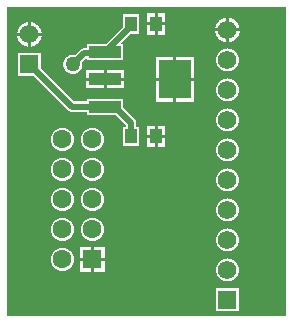
<source format=gbl>
G04*
G04 #@! TF.GenerationSoftware,Altium Limited,Altium Designer,19.0.15 (446)*
G04*
G04 Layer_Physical_Order=2*
G04 Layer_Color=16711680*
%FSLAX25Y25*%
%MOIN*%
G70*
G01*
G75*
%ADD25R,0.06200X0.06200*%
%ADD26C,0.06200*%
%ADD27C,0.06300*%
%ADD28R,0.06300X0.06300*%
%ADD29C,0.05000*%
%ADD30R,0.04000X0.05100*%
%ADD31R,0.10630X0.12992*%
%ADD32R,0.10630X0.03937*%
%ADD33C,0.02000*%
G36*
X94471Y1529D02*
X1529D01*
Y104471D01*
X94471D01*
Y1529D01*
D02*
G37*
%LPC*%
G36*
X54300Y102550D02*
X51800D01*
Y99500D01*
X54300D01*
Y102550D01*
D02*
G37*
G36*
X50800D02*
X48300D01*
Y99500D01*
X50800D01*
Y102550D01*
D02*
G37*
G36*
X75500Y101070D02*
Y97500D01*
X79070D01*
X79066Y97535D01*
X79039Y97712D01*
X79004Y97888D01*
X78961Y98061D01*
X78911Y98233D01*
X78854Y98403D01*
X78789Y98569D01*
X78717Y98733D01*
X78638Y98894D01*
X78552Y99050D01*
X78459Y99203D01*
X78359Y99352D01*
X78254Y99497D01*
X78141Y99636D01*
X78024Y99771D01*
X77900Y99900D01*
X77771Y100024D01*
X77636Y100142D01*
X77496Y100253D01*
X77352Y100359D01*
X77203Y100459D01*
X77051Y100551D01*
X76894Y100638D01*
X76733Y100717D01*
X76569Y100789D01*
X76403Y100854D01*
X76233Y100911D01*
X76061Y100961D01*
X75888Y101004D01*
X75712Y101039D01*
X75535Y101066D01*
X75500Y101070D01*
D02*
G37*
G36*
X74500D02*
X74465Y101066D01*
X74288Y101039D01*
X74112Y101004D01*
X73939Y100961D01*
X73767Y100911D01*
X73597Y100854D01*
X73431Y100789D01*
X73267Y100717D01*
X73106Y100638D01*
X72949Y100551D01*
X72797Y100459D01*
X72648Y100359D01*
X72504Y100253D01*
X72364Y100142D01*
X72229Y100024D01*
X72100Y99900D01*
X71976Y99771D01*
X71859Y99636D01*
X71746Y99497D01*
X71641Y99352D01*
X71541Y99203D01*
X71448Y99050D01*
X71362Y98894D01*
X71283Y98733D01*
X71211Y98569D01*
X71146Y98403D01*
X71089Y98233D01*
X71039Y98061D01*
X70996Y97888D01*
X70961Y97712D01*
X70934Y97535D01*
X70930Y97500D01*
X74500D01*
Y101070D01*
D02*
G37*
G36*
X9500Y99570D02*
Y96000D01*
X13070D01*
X13066Y96035D01*
X13039Y96212D01*
X13004Y96388D01*
X12961Y96561D01*
X12911Y96733D01*
X12854Y96903D01*
X12789Y97069D01*
X12717Y97233D01*
X12638Y97394D01*
X12552Y97550D01*
X12459Y97703D01*
X12359Y97852D01*
X12253Y97996D01*
X12141Y98136D01*
X12024Y98271D01*
X11900Y98400D01*
X11771Y98524D01*
X11636Y98642D01*
X11496Y98753D01*
X11352Y98859D01*
X11203Y98959D01*
X11050Y99051D01*
X10894Y99138D01*
X10733Y99217D01*
X10569Y99289D01*
X10403Y99354D01*
X10233Y99411D01*
X10061Y99461D01*
X9888Y99504D01*
X9712Y99539D01*
X9535Y99566D01*
X9500Y99570D01*
D02*
G37*
G36*
X8500D02*
X8465Y99566D01*
X8288Y99539D01*
X8112Y99504D01*
X7939Y99461D01*
X7767Y99411D01*
X7597Y99354D01*
X7431Y99289D01*
X7267Y99217D01*
X7106Y99138D01*
X6949Y99051D01*
X6797Y98959D01*
X6648Y98859D01*
X6504Y98753D01*
X6364Y98642D01*
X6229Y98524D01*
X6100Y98400D01*
X5976Y98271D01*
X5858Y98136D01*
X5746Y97996D01*
X5641Y97852D01*
X5541Y97703D01*
X5448Y97550D01*
X5362Y97394D01*
X5283Y97233D01*
X5211Y97069D01*
X5146Y96903D01*
X5089Y96733D01*
X5039Y96561D01*
X4996Y96388D01*
X4961Y96212D01*
X4934Y96035D01*
X4930Y96000D01*
X8500D01*
Y99570D01*
D02*
G37*
G36*
X54300Y98500D02*
X51800D01*
Y95450D01*
X54300D01*
Y98500D01*
D02*
G37*
G36*
X50800D02*
X48300D01*
Y95450D01*
X50800D01*
Y98500D01*
D02*
G37*
G36*
X79070Y96500D02*
X75500D01*
Y92930D01*
X75535Y92934D01*
X75712Y92961D01*
X75888Y92996D01*
X76061Y93039D01*
X76233Y93089D01*
X76403Y93146D01*
X76569Y93211D01*
X76733Y93283D01*
X76894Y93362D01*
X77051Y93449D01*
X77203Y93541D01*
X77352Y93641D01*
X77496Y93747D01*
X77636Y93858D01*
X77771Y93976D01*
X77900Y94100D01*
X78024Y94229D01*
X78141Y94364D01*
X78254Y94503D01*
X78359Y94648D01*
X78459Y94797D01*
X78552Y94950D01*
X78638Y95106D01*
X78717Y95267D01*
X78789Y95431D01*
X78854Y95597D01*
X78911Y95767D01*
X78961Y95939D01*
X79004Y96112D01*
X79039Y96288D01*
X79066Y96465D01*
X79070Y96500D01*
D02*
G37*
G36*
X74500D02*
X70930D01*
X70934Y96465D01*
X70961Y96288D01*
X70996Y96112D01*
X71039Y95939D01*
X71089Y95767D01*
X71146Y95597D01*
X71211Y95431D01*
X71283Y95267D01*
X71362Y95106D01*
X71448Y94950D01*
X71541Y94797D01*
X71641Y94648D01*
X71746Y94503D01*
X71859Y94364D01*
X71976Y94229D01*
X72100Y94100D01*
X72229Y93976D01*
X72364Y93858D01*
X72504Y93747D01*
X72648Y93641D01*
X72797Y93541D01*
X72949Y93449D01*
X73106Y93362D01*
X73267Y93283D01*
X73431Y93211D01*
X73597Y93146D01*
X73767Y93089D01*
X73939Y93039D01*
X74112Y92996D01*
X74288Y92961D01*
X74465Y92934D01*
X74500Y92930D01*
Y96500D01*
D02*
G37*
G36*
X13070Y95000D02*
X9500D01*
Y91430D01*
X9535Y91434D01*
X9712Y91461D01*
X9888Y91496D01*
X10061Y91539D01*
X10233Y91589D01*
X10403Y91646D01*
X10569Y91711D01*
X10733Y91783D01*
X10894Y91862D01*
X11050Y91948D01*
X11203Y92041D01*
X11352Y92141D01*
X11496Y92247D01*
X11636Y92358D01*
X11771Y92476D01*
X11900Y92600D01*
X12024Y92729D01*
X12141Y92864D01*
X12253Y93003D01*
X12359Y93148D01*
X12459Y93297D01*
X12552Y93449D01*
X12638Y93606D01*
X12717Y93767D01*
X12789Y93931D01*
X12854Y94097D01*
X12911Y94267D01*
X12961Y94439D01*
X13004Y94612D01*
X13039Y94788D01*
X13066Y94965D01*
X13070Y95000D01*
D02*
G37*
G36*
X8500D02*
X4930D01*
X4934Y94965D01*
X4961Y94788D01*
X4996Y94612D01*
X5039Y94439D01*
X5089Y94267D01*
X5146Y94097D01*
X5211Y93931D01*
X5283Y93767D01*
X5362Y93606D01*
X5448Y93449D01*
X5541Y93297D01*
X5641Y93148D01*
X5746Y93003D01*
X5858Y92864D01*
X5976Y92729D01*
X6100Y92600D01*
X6229Y92476D01*
X6364Y92358D01*
X6504Y92247D01*
X6648Y92141D01*
X6797Y92041D01*
X6949Y91948D01*
X7106Y91862D01*
X7267Y91783D01*
X7431Y91711D01*
X7597Y91646D01*
X7767Y91589D01*
X7939Y91539D01*
X8112Y91496D01*
X8288Y91461D01*
X8465Y91434D01*
X8500Y91430D01*
Y95000D01*
D02*
G37*
G36*
X45700Y102250D02*
X40300D01*
Y97989D01*
X34535Y92224D01*
X28257D01*
Y90851D01*
X27150D01*
X27039Y90848D01*
X26928Y90837D01*
X26818Y90819D01*
X26710Y90793D01*
X26604Y90761D01*
X26499Y90722D01*
X26398Y90676D01*
X26300Y90623D01*
X26205Y90565D01*
X26115Y90500D01*
X26029Y90429D01*
X25948Y90353D01*
X24214Y88619D01*
X24125Y88639D01*
X23970Y88666D01*
X23814Y88686D01*
X23657Y88697D01*
X23500Y88701D01*
X23343Y88697D01*
X23186Y88686D01*
X23030Y88666D01*
X22875Y88639D01*
X22722Y88605D01*
X22571Y88563D01*
X22422Y88514D01*
X22275Y88457D01*
X22131Y88394D01*
X21991Y88323D01*
X21854Y88246D01*
X21722Y88161D01*
X21593Y88071D01*
X21469Y87974D01*
X21350Y87872D01*
X21237Y87763D01*
X21128Y87650D01*
X21026Y87531D01*
X20929Y87407D01*
X20839Y87278D01*
X20754Y87146D01*
X20677Y87009D01*
X20606Y86869D01*
X20543Y86725D01*
X20486Y86578D01*
X20437Y86429D01*
X20395Y86278D01*
X20361Y86124D01*
X20334Y85970D01*
X20314Y85814D01*
X20303Y85657D01*
X20299Y85500D01*
X20303Y85343D01*
X20314Y85186D01*
X20334Y85030D01*
X20361Y84876D01*
X20395Y84722D01*
X20437Y84571D01*
X20486Y84422D01*
X20543Y84275D01*
X20606Y84131D01*
X20677Y83991D01*
X20754Y83854D01*
X20839Y83722D01*
X20929Y83593D01*
X21026Y83469D01*
X21128Y83350D01*
X21237Y83237D01*
X21350Y83128D01*
X21469Y83026D01*
X21593Y82929D01*
X21722Y82838D01*
X21854Y82754D01*
X21991Y82677D01*
X22131Y82606D01*
X22275Y82543D01*
X22422Y82486D01*
X22571Y82437D01*
X22722Y82395D01*
X22875Y82361D01*
X23030Y82334D01*
X23186Y82314D01*
X23343Y82303D01*
X23500Y82299D01*
X23657Y82303D01*
X23814Y82314D01*
X23970Y82334D01*
X24125Y82361D01*
X24278Y82395D01*
X24429Y82437D01*
X24578Y82486D01*
X24725Y82543D01*
X24869Y82606D01*
X25009Y82677D01*
X25146Y82754D01*
X25278Y82838D01*
X25407Y82929D01*
X25531Y83026D01*
X25650Y83128D01*
X25763Y83237D01*
X25872Y83350D01*
X25974Y83469D01*
X26071Y83593D01*
X26162Y83722D01*
X26245Y83854D01*
X26323Y83991D01*
X26394Y84131D01*
X26457Y84275D01*
X26514Y84422D01*
X26563Y84571D01*
X26605Y84722D01*
X26639Y84876D01*
X26666Y85030D01*
X26686Y85186D01*
X26697Y85343D01*
X26701Y85500D01*
X26697Y85657D01*
X26686Y85814D01*
X26666Y85970D01*
X26639Y86124D01*
X26619Y86214D01*
X27855Y87449D01*
X28257D01*
Y86887D01*
X40287D01*
Y92224D01*
X39346D01*
X42872Y95750D01*
X45700D01*
Y102250D01*
D02*
G37*
G36*
X75000Y90801D02*
X74834Y90797D01*
X74669Y90786D01*
X74504Y90768D01*
X74340Y90743D01*
X74177Y90711D01*
X74016Y90671D01*
X73857Y90625D01*
X73700Y90572D01*
X73545Y90512D01*
X73394Y90445D01*
X73245Y90371D01*
X73099Y90292D01*
X72958Y90206D01*
X72820Y90114D01*
X72686Y90016D01*
X72557Y89912D01*
X72432Y89802D01*
X72312Y89688D01*
X72198Y89568D01*
X72088Y89443D01*
X71984Y89314D01*
X71886Y89180D01*
X71794Y89042D01*
X71708Y88901D01*
X71629Y88755D01*
X71555Y88606D01*
X71488Y88455D01*
X71428Y88300D01*
X71375Y88143D01*
X71329Y87984D01*
X71289Y87823D01*
X71257Y87660D01*
X71232Y87496D01*
X71214Y87331D01*
X71203Y87166D01*
X71199Y87000D01*
X71203Y86834D01*
X71214Y86669D01*
X71232Y86504D01*
X71257Y86340D01*
X71289Y86177D01*
X71329Y86016D01*
X71375Y85857D01*
X71428Y85700D01*
X71488Y85545D01*
X71555Y85394D01*
X71629Y85245D01*
X71708Y85100D01*
X71794Y84958D01*
X71886Y84820D01*
X71984Y84686D01*
X72088Y84557D01*
X72198Y84432D01*
X72312Y84312D01*
X72432Y84198D01*
X72557Y84088D01*
X72686Y83985D01*
X72820Y83886D01*
X72958Y83794D01*
X73099Y83708D01*
X73245Y83629D01*
X73394Y83555D01*
X73545Y83488D01*
X73700Y83428D01*
X73857Y83375D01*
X74016Y83329D01*
X74177Y83289D01*
X74340Y83257D01*
X74504Y83232D01*
X74669Y83214D01*
X74834Y83203D01*
X75000Y83199D01*
X75166Y83203D01*
X75331Y83214D01*
X75496Y83232D01*
X75660Y83257D01*
X75823Y83289D01*
X75984Y83329D01*
X76143Y83375D01*
X76300Y83428D01*
X76455Y83488D01*
X76606Y83555D01*
X76755Y83629D01*
X76901Y83708D01*
X77042Y83794D01*
X77180Y83886D01*
X77314Y83985D01*
X77443Y84088D01*
X77568Y84198D01*
X77688Y84312D01*
X77802Y84432D01*
X77912Y84557D01*
X78016Y84686D01*
X78114Y84820D01*
X78206Y84958D01*
X78292Y85100D01*
X78371Y85245D01*
X78445Y85394D01*
X78512Y85545D01*
X78572Y85700D01*
X78625Y85857D01*
X78671Y86016D01*
X78711Y86177D01*
X78743Y86340D01*
X78768Y86504D01*
X78786Y86669D01*
X78797Y86834D01*
X78801Y87000D01*
X78797Y87166D01*
X78786Y87331D01*
X78768Y87496D01*
X78743Y87660D01*
X78711Y87823D01*
X78671Y87984D01*
X78625Y88143D01*
X78572Y88300D01*
X78512Y88455D01*
X78445Y88606D01*
X78371Y88755D01*
X78292Y88901D01*
X78206Y89042D01*
X78114Y89180D01*
X78016Y89314D01*
X77912Y89443D01*
X77802Y89568D01*
X77688Y89688D01*
X77568Y89802D01*
X77443Y89912D01*
X77314Y90016D01*
X77180Y90114D01*
X77042Y90206D01*
X76901Y90292D01*
X76755Y90371D01*
X76606Y90445D01*
X76455Y90512D01*
X76300Y90572D01*
X76143Y90625D01*
X75984Y90671D01*
X75823Y90711D01*
X75660Y90743D01*
X75496Y90768D01*
X75331Y90786D01*
X75166Y90797D01*
X75000Y90801D01*
D02*
G37*
G36*
X63815Y87996D02*
X58000D01*
Y81000D01*
X63815D01*
Y87996D01*
D02*
G37*
G36*
X57000D02*
X51185D01*
Y81000D01*
X57000D01*
Y87996D01*
D02*
G37*
G36*
X40587Y83469D02*
X34772D01*
Y81000D01*
X40587D01*
Y83469D01*
D02*
G37*
G36*
X33772D02*
X27957D01*
Y81000D01*
X33772D01*
Y83469D01*
D02*
G37*
G36*
X40587Y80000D02*
X34772D01*
Y77531D01*
X40587D01*
Y80000D01*
D02*
G37*
G36*
X33772D02*
X27957D01*
Y77531D01*
X33772D01*
Y80000D01*
D02*
G37*
G36*
X75000Y80801D02*
X74834Y80797D01*
X74669Y80786D01*
X74504Y80768D01*
X74340Y80743D01*
X74177Y80711D01*
X74016Y80671D01*
X73857Y80625D01*
X73700Y80572D01*
X73545Y80512D01*
X73394Y80445D01*
X73245Y80371D01*
X73099Y80292D01*
X72958Y80206D01*
X72820Y80114D01*
X72686Y80015D01*
X72557Y79912D01*
X72432Y79802D01*
X72312Y79688D01*
X72198Y79568D01*
X72088Y79443D01*
X71984Y79314D01*
X71886Y79180D01*
X71794Y79042D01*
X71708Y78900D01*
X71629Y78755D01*
X71555Y78606D01*
X71488Y78455D01*
X71428Y78300D01*
X71375Y78143D01*
X71329Y77984D01*
X71289Y77823D01*
X71257Y77660D01*
X71232Y77496D01*
X71214Y77331D01*
X71203Y77166D01*
X71199Y77000D01*
X71203Y76834D01*
X71214Y76669D01*
X71232Y76504D01*
X71257Y76340D01*
X71289Y76177D01*
X71329Y76016D01*
X71375Y75857D01*
X71428Y75700D01*
X71488Y75546D01*
X71555Y75394D01*
X71629Y75245D01*
X71708Y75099D01*
X71794Y74958D01*
X71886Y74820D01*
X71984Y74686D01*
X72088Y74557D01*
X72198Y74432D01*
X72312Y74312D01*
X72432Y74198D01*
X72557Y74088D01*
X72686Y73984D01*
X72820Y73887D01*
X72958Y73794D01*
X73099Y73708D01*
X73245Y73629D01*
X73394Y73555D01*
X73545Y73488D01*
X73700Y73428D01*
X73857Y73375D01*
X74016Y73329D01*
X74177Y73289D01*
X74340Y73257D01*
X74504Y73232D01*
X74669Y73214D01*
X74834Y73203D01*
X75000Y73199D01*
X75166Y73203D01*
X75331Y73214D01*
X75496Y73232D01*
X75660Y73257D01*
X75823Y73289D01*
X75984Y73329D01*
X76143Y73375D01*
X76300Y73428D01*
X76455Y73488D01*
X76606Y73555D01*
X76755Y73629D01*
X76901Y73708D01*
X77042Y73794D01*
X77180Y73887D01*
X77314Y73984D01*
X77443Y74088D01*
X77568Y74198D01*
X77688Y74312D01*
X77802Y74432D01*
X77912Y74557D01*
X78016Y74686D01*
X78114Y74820D01*
X78206Y74958D01*
X78292Y75099D01*
X78371Y75245D01*
X78445Y75394D01*
X78512Y75546D01*
X78572Y75700D01*
X78625Y75857D01*
X78671Y76016D01*
X78711Y76177D01*
X78743Y76340D01*
X78768Y76504D01*
X78786Y76669D01*
X78797Y76834D01*
X78801Y77000D01*
X78797Y77166D01*
X78786Y77331D01*
X78768Y77496D01*
X78743Y77660D01*
X78711Y77823D01*
X78671Y77984D01*
X78625Y78143D01*
X78572Y78300D01*
X78512Y78455D01*
X78445Y78606D01*
X78371Y78755D01*
X78292Y78900D01*
X78206Y79042D01*
X78114Y79180D01*
X78016Y79314D01*
X77912Y79443D01*
X77802Y79568D01*
X77688Y79688D01*
X77568Y79802D01*
X77443Y79912D01*
X77314Y80015D01*
X77180Y80114D01*
X77042Y80206D01*
X76901Y80292D01*
X76755Y80371D01*
X76606Y80445D01*
X76455Y80512D01*
X76300Y80572D01*
X76143Y80625D01*
X75984Y80671D01*
X75823Y80711D01*
X75660Y80743D01*
X75496Y80768D01*
X75331Y80786D01*
X75166Y80797D01*
X75000Y80801D01*
D02*
G37*
G36*
X63815Y80000D02*
X58000D01*
Y73004D01*
X63815D01*
Y80000D01*
D02*
G37*
G36*
X57000D02*
X51185D01*
Y73004D01*
X57000D01*
Y80000D01*
D02*
G37*
G36*
X75000Y70801D02*
X74834Y70797D01*
X74669Y70786D01*
X74504Y70768D01*
X74340Y70743D01*
X74177Y70711D01*
X74016Y70671D01*
X73857Y70625D01*
X73700Y70572D01*
X73545Y70512D01*
X73394Y70445D01*
X73245Y70371D01*
X73099Y70292D01*
X72958Y70206D01*
X72820Y70113D01*
X72686Y70016D01*
X72557Y69912D01*
X72432Y69802D01*
X72312Y69688D01*
X72198Y69568D01*
X72088Y69443D01*
X71984Y69314D01*
X71886Y69180D01*
X71794Y69042D01*
X71708Y68901D01*
X71629Y68755D01*
X71555Y68606D01*
X71488Y68454D01*
X71428Y68300D01*
X71375Y68143D01*
X71329Y67984D01*
X71289Y67823D01*
X71257Y67660D01*
X71232Y67496D01*
X71214Y67331D01*
X71203Y67166D01*
X71199Y67000D01*
X71203Y66834D01*
X71214Y66669D01*
X71232Y66504D01*
X71257Y66340D01*
X71289Y66177D01*
X71329Y66016D01*
X71375Y65857D01*
X71428Y65700D01*
X71488Y65545D01*
X71555Y65394D01*
X71629Y65245D01*
X71708Y65100D01*
X71794Y64958D01*
X71886Y64820D01*
X71984Y64686D01*
X72088Y64557D01*
X72198Y64432D01*
X72312Y64312D01*
X72432Y64198D01*
X72557Y64088D01*
X72686Y63985D01*
X72820Y63886D01*
X72958Y63794D01*
X73099Y63708D01*
X73245Y63629D01*
X73394Y63555D01*
X73545Y63488D01*
X73700Y63428D01*
X73857Y63375D01*
X74016Y63329D01*
X74177Y63289D01*
X74340Y63257D01*
X74504Y63232D01*
X74669Y63214D01*
X74834Y63203D01*
X75000Y63199D01*
X75166Y63203D01*
X75331Y63214D01*
X75496Y63232D01*
X75660Y63257D01*
X75823Y63289D01*
X75984Y63329D01*
X76143Y63375D01*
X76300Y63428D01*
X76455Y63488D01*
X76606Y63555D01*
X76755Y63629D01*
X76901Y63708D01*
X77042Y63794D01*
X77180Y63886D01*
X77314Y63985D01*
X77443Y64088D01*
X77568Y64198D01*
X77688Y64312D01*
X77802Y64432D01*
X77912Y64557D01*
X78016Y64686D01*
X78114Y64820D01*
X78206Y64958D01*
X78292Y65100D01*
X78371Y65245D01*
X78445Y65394D01*
X78512Y65545D01*
X78572Y65700D01*
X78625Y65857D01*
X78671Y66016D01*
X78711Y66177D01*
X78743Y66340D01*
X78768Y66504D01*
X78786Y66669D01*
X78797Y66834D01*
X78801Y67000D01*
X78797Y67166D01*
X78786Y67331D01*
X78768Y67496D01*
X78743Y67660D01*
X78711Y67823D01*
X78671Y67984D01*
X78625Y68143D01*
X78572Y68300D01*
X78512Y68454D01*
X78445Y68606D01*
X78371Y68755D01*
X78292Y68901D01*
X78206Y69042D01*
X78114Y69180D01*
X78016Y69314D01*
X77912Y69443D01*
X77802Y69568D01*
X77688Y69688D01*
X77568Y69802D01*
X77443Y69912D01*
X77314Y70016D01*
X77180Y70113D01*
X77042Y70206D01*
X76901Y70292D01*
X76755Y70371D01*
X76606Y70445D01*
X76455Y70512D01*
X76300Y70572D01*
X76143Y70625D01*
X75984Y70671D01*
X75823Y70711D01*
X75660Y70743D01*
X75496Y70768D01*
X75331Y70786D01*
X75166Y70797D01*
X75000Y70801D01*
D02*
G37*
G36*
X54300Y65050D02*
X51800D01*
Y62000D01*
X54300D01*
Y65050D01*
D02*
G37*
G36*
X50800D02*
X48300D01*
Y62000D01*
X50800D01*
Y65050D01*
D02*
G37*
G36*
X12800Y89300D02*
X5200D01*
Y81700D01*
X10395D01*
X21852Y70242D01*
X21934Y70166D01*
X22020Y70095D01*
X22110Y70031D01*
X22178Y69988D01*
X22205Y69972D01*
X22303Y69919D01*
X22404Y69873D01*
X22508Y69834D01*
X22615Y69802D01*
X22723Y69777D01*
X22833Y69758D01*
X22944Y69748D01*
X23055Y69744D01*
X28257D01*
Y68776D01*
X37818D01*
X41299Y65295D01*
Y64750D01*
X40300D01*
Y58250D01*
X45700D01*
Y64750D01*
X44701D01*
Y66000D01*
X44697Y66111D01*
X44686Y66222D01*
X44668Y66332D01*
X44643Y66440D01*
X44611Y66547D01*
X44571Y66651D01*
X44526Y66752D01*
X44473Y66851D01*
X44451Y66887D01*
X44414Y66945D01*
X44349Y67036D01*
X44279Y67121D01*
X44203Y67203D01*
X40287Y71119D01*
Y74113D01*
X28257D01*
Y73146D01*
X23760D01*
X12800Y84105D01*
Y89300D01*
D02*
G37*
G36*
X54300Y61000D02*
X51800D01*
Y57950D01*
X54300D01*
Y61000D01*
D02*
G37*
G36*
X50800D02*
X48300D01*
Y57950D01*
X50800D01*
Y61000D01*
D02*
G37*
G36*
X30000Y64351D02*
X29832Y64347D01*
X29664Y64336D01*
X29497Y64318D01*
X29331Y64292D01*
X29166Y64260D01*
X29003Y64220D01*
X28842Y64173D01*
X28683Y64119D01*
X28526Y64058D01*
X28372Y63990D01*
X28222Y63916D01*
X28074Y63835D01*
X27931Y63748D01*
X27791Y63655D01*
X27656Y63555D01*
X27525Y63450D01*
X27398Y63339D01*
X27277Y63223D01*
X27161Y63102D01*
X27050Y62975D01*
X26945Y62844D01*
X26845Y62709D01*
X26752Y62569D01*
X26665Y62426D01*
X26584Y62278D01*
X26510Y62128D01*
X26442Y61974D01*
X26381Y61817D01*
X26327Y61658D01*
X26280Y61497D01*
X26240Y61334D01*
X26208Y61169D01*
X26182Y61003D01*
X26164Y60836D01*
X26153Y60668D01*
X26149Y60500D01*
X26153Y60332D01*
X26164Y60164D01*
X26182Y59997D01*
X26208Y59831D01*
X26240Y59667D01*
X26280Y59503D01*
X26327Y59342D01*
X26381Y59183D01*
X26442Y59026D01*
X26510Y58872D01*
X26584Y58722D01*
X26665Y58574D01*
X26752Y58431D01*
X26845Y58291D01*
X26945Y58156D01*
X27050Y58025D01*
X27161Y57898D01*
X27277Y57777D01*
X27398Y57661D01*
X27525Y57550D01*
X27656Y57445D01*
X27791Y57345D01*
X27931Y57252D01*
X28074Y57165D01*
X28222Y57084D01*
X28372Y57010D01*
X28526Y56942D01*
X28683Y56881D01*
X28842Y56827D01*
X29003Y56780D01*
X29166Y56740D01*
X29331Y56708D01*
X29497Y56682D01*
X29664Y56664D01*
X29832Y56653D01*
X30000Y56649D01*
X30168Y56653D01*
X30336Y56664D01*
X30503Y56682D01*
X30669Y56708D01*
X30834Y56740D01*
X30997Y56780D01*
X31158Y56827D01*
X31317Y56881D01*
X31474Y56942D01*
X31628Y57010D01*
X31778Y57084D01*
X31925Y57165D01*
X32069Y57252D01*
X32209Y57345D01*
X32344Y57445D01*
X32475Y57550D01*
X32602Y57661D01*
X32723Y57777D01*
X32839Y57898D01*
X32950Y58025D01*
X33055Y58156D01*
X33154Y58291D01*
X33248Y58431D01*
X33335Y58574D01*
X33416Y58722D01*
X33490Y58872D01*
X33558Y59026D01*
X33619Y59183D01*
X33673Y59342D01*
X33720Y59503D01*
X33760Y59667D01*
X33792Y59831D01*
X33818Y59997D01*
X33836Y60164D01*
X33847Y60332D01*
X33851Y60500D01*
X33847Y60668D01*
X33836Y60836D01*
X33818Y61003D01*
X33792Y61169D01*
X33760Y61334D01*
X33720Y61497D01*
X33673Y61658D01*
X33619Y61817D01*
X33558Y61974D01*
X33490Y62128D01*
X33416Y62278D01*
X33335Y62426D01*
X33248Y62569D01*
X33154Y62709D01*
X33055Y62844D01*
X32950Y62975D01*
X32839Y63102D01*
X32723Y63223D01*
X32602Y63339D01*
X32475Y63450D01*
X32344Y63555D01*
X32209Y63655D01*
X32069Y63748D01*
X31925Y63835D01*
X31778Y63916D01*
X31628Y63990D01*
X31474Y64058D01*
X31317Y64119D01*
X31158Y64173D01*
X30997Y64220D01*
X30834Y64260D01*
X30669Y64292D01*
X30503Y64318D01*
X30336Y64336D01*
X30168Y64347D01*
X30000Y64351D01*
D02*
G37*
G36*
X20000D02*
X19832Y64347D01*
X19664Y64336D01*
X19497Y64318D01*
X19331Y64292D01*
X19166Y64260D01*
X19003Y64220D01*
X18842Y64173D01*
X18683Y64119D01*
X18526Y64058D01*
X18372Y63990D01*
X18222Y63916D01*
X18075Y63835D01*
X17931Y63748D01*
X17791Y63655D01*
X17656Y63555D01*
X17525Y63450D01*
X17398Y63339D01*
X17277Y63223D01*
X17161Y63102D01*
X17050Y62975D01*
X16945Y62844D01*
X16846Y62709D01*
X16752Y62569D01*
X16665Y62426D01*
X16584Y62278D01*
X16510Y62128D01*
X16442Y61974D01*
X16381Y61817D01*
X16327Y61658D01*
X16280Y61497D01*
X16240Y61334D01*
X16208Y61169D01*
X16182Y61003D01*
X16164Y60836D01*
X16153Y60668D01*
X16149Y60500D01*
X16153Y60332D01*
X16164Y60164D01*
X16182Y59997D01*
X16208Y59831D01*
X16240Y59667D01*
X16280Y59503D01*
X16327Y59342D01*
X16381Y59183D01*
X16442Y59026D01*
X16510Y58872D01*
X16584Y58722D01*
X16665Y58574D01*
X16752Y58431D01*
X16846Y58291D01*
X16945Y58156D01*
X17050Y58025D01*
X17161Y57898D01*
X17277Y57777D01*
X17398Y57661D01*
X17525Y57550D01*
X17656Y57445D01*
X17791Y57345D01*
X17931Y57252D01*
X18075Y57165D01*
X18222Y57084D01*
X18372Y57010D01*
X18526Y56942D01*
X18683Y56881D01*
X18842Y56827D01*
X19003Y56780D01*
X19166Y56740D01*
X19331Y56708D01*
X19497Y56682D01*
X19664Y56664D01*
X19832Y56653D01*
X20000Y56649D01*
X20168Y56653D01*
X20336Y56664D01*
X20503Y56682D01*
X20669Y56708D01*
X20833Y56740D01*
X20997Y56780D01*
X21158Y56827D01*
X21317Y56881D01*
X21474Y56942D01*
X21628Y57010D01*
X21778Y57084D01*
X21926Y57165D01*
X22069Y57252D01*
X22209Y57345D01*
X22344Y57445D01*
X22475Y57550D01*
X22602Y57661D01*
X22723Y57777D01*
X22839Y57898D01*
X22950Y58025D01*
X23055Y58156D01*
X23155Y58291D01*
X23248Y58431D01*
X23335Y58574D01*
X23416Y58722D01*
X23490Y58872D01*
X23558Y59026D01*
X23619Y59183D01*
X23673Y59342D01*
X23720Y59503D01*
X23760Y59667D01*
X23792Y59831D01*
X23818Y59997D01*
X23836Y60164D01*
X23847Y60332D01*
X23851Y60500D01*
X23847Y60668D01*
X23836Y60836D01*
X23818Y61003D01*
X23792Y61169D01*
X23760Y61334D01*
X23720Y61497D01*
X23673Y61658D01*
X23619Y61817D01*
X23558Y61974D01*
X23490Y62128D01*
X23416Y62278D01*
X23335Y62426D01*
X23248Y62569D01*
X23155Y62709D01*
X23055Y62844D01*
X22950Y62975D01*
X22839Y63102D01*
X22723Y63223D01*
X22602Y63339D01*
X22475Y63450D01*
X22344Y63555D01*
X22209Y63655D01*
X22069Y63748D01*
X21926Y63835D01*
X21778Y63916D01*
X21628Y63990D01*
X21474Y64058D01*
X21317Y64119D01*
X21158Y64173D01*
X20997Y64220D01*
X20833Y64260D01*
X20669Y64292D01*
X20503Y64318D01*
X20336Y64336D01*
X20168Y64347D01*
X20000Y64351D01*
D02*
G37*
G36*
X75000Y60801D02*
X74834Y60797D01*
X74669Y60786D01*
X74504Y60768D01*
X74340Y60743D01*
X74177Y60711D01*
X74016Y60671D01*
X73857Y60625D01*
X73700Y60572D01*
X73545Y60512D01*
X73394Y60445D01*
X73245Y60371D01*
X73099Y60292D01*
X72958Y60206D01*
X72820Y60114D01*
X72686Y60015D01*
X72557Y59912D01*
X72432Y59802D01*
X72312Y59688D01*
X72198Y59568D01*
X72088Y59443D01*
X71984Y59314D01*
X71886Y59180D01*
X71794Y59042D01*
X71708Y58900D01*
X71629Y58755D01*
X71555Y58606D01*
X71488Y58455D01*
X71428Y58300D01*
X71375Y58143D01*
X71329Y57984D01*
X71289Y57823D01*
X71257Y57660D01*
X71232Y57496D01*
X71214Y57331D01*
X71203Y57166D01*
X71199Y57000D01*
X71203Y56834D01*
X71214Y56669D01*
X71232Y56504D01*
X71257Y56340D01*
X71289Y56177D01*
X71329Y56016D01*
X71375Y55857D01*
X71428Y55700D01*
X71488Y55546D01*
X71555Y55394D01*
X71629Y55245D01*
X71708Y55099D01*
X71794Y54958D01*
X71886Y54820D01*
X71984Y54686D01*
X72088Y54557D01*
X72198Y54432D01*
X72312Y54312D01*
X72432Y54198D01*
X72557Y54088D01*
X72686Y53984D01*
X72820Y53886D01*
X72958Y53794D01*
X73099Y53708D01*
X73245Y53629D01*
X73394Y53555D01*
X73545Y53488D01*
X73700Y53428D01*
X73857Y53375D01*
X74016Y53329D01*
X74177Y53289D01*
X74340Y53257D01*
X74504Y53232D01*
X74669Y53214D01*
X74834Y53203D01*
X75000Y53199D01*
X75166Y53203D01*
X75331Y53214D01*
X75496Y53232D01*
X75660Y53257D01*
X75823Y53289D01*
X75984Y53329D01*
X76143Y53375D01*
X76300Y53428D01*
X76455Y53488D01*
X76606Y53555D01*
X76755Y53629D01*
X76901Y53708D01*
X77042Y53794D01*
X77180Y53886D01*
X77314Y53984D01*
X77443Y54088D01*
X77568Y54198D01*
X77688Y54312D01*
X77802Y54432D01*
X77912Y54557D01*
X78016Y54686D01*
X78114Y54820D01*
X78206Y54958D01*
X78292Y55099D01*
X78371Y55245D01*
X78445Y55394D01*
X78512Y55546D01*
X78572Y55700D01*
X78625Y55857D01*
X78671Y56016D01*
X78711Y56177D01*
X78743Y56340D01*
X78768Y56504D01*
X78786Y56669D01*
X78797Y56834D01*
X78801Y57000D01*
X78797Y57166D01*
X78786Y57331D01*
X78768Y57496D01*
X78743Y57660D01*
X78711Y57823D01*
X78671Y57984D01*
X78625Y58143D01*
X78572Y58300D01*
X78512Y58455D01*
X78445Y58606D01*
X78371Y58755D01*
X78292Y58900D01*
X78206Y59042D01*
X78114Y59180D01*
X78016Y59314D01*
X77912Y59443D01*
X77802Y59568D01*
X77688Y59688D01*
X77568Y59802D01*
X77443Y59912D01*
X77314Y60015D01*
X77180Y60114D01*
X77042Y60206D01*
X76901Y60292D01*
X76755Y60371D01*
X76606Y60445D01*
X76455Y60512D01*
X76300Y60572D01*
X76143Y60625D01*
X75984Y60671D01*
X75823Y60711D01*
X75660Y60743D01*
X75496Y60768D01*
X75331Y60786D01*
X75166Y60797D01*
X75000Y60801D01*
D02*
G37*
G36*
X30000Y54351D02*
X29832Y54347D01*
X29664Y54336D01*
X29497Y54318D01*
X29331Y54292D01*
X29166Y54260D01*
X29003Y54220D01*
X28842Y54173D01*
X28683Y54119D01*
X28526Y54058D01*
X28372Y53990D01*
X28222Y53916D01*
X28074Y53835D01*
X27931Y53748D01*
X27791Y53654D01*
X27656Y53555D01*
X27525Y53450D01*
X27398Y53339D01*
X27277Y53223D01*
X27161Y53102D01*
X27050Y52975D01*
X26945Y52844D01*
X26845Y52709D01*
X26752Y52569D01*
X26665Y52425D01*
X26584Y52278D01*
X26510Y52127D01*
X26442Y51974D01*
X26381Y51817D01*
X26327Y51658D01*
X26280Y51497D01*
X26240Y51333D01*
X26208Y51169D01*
X26182Y51003D01*
X26164Y50836D01*
X26153Y50668D01*
X26149Y50500D01*
X26153Y50332D01*
X26164Y50164D01*
X26182Y49997D01*
X26208Y49831D01*
X26240Y49667D01*
X26280Y49503D01*
X26327Y49342D01*
X26381Y49183D01*
X26442Y49026D01*
X26510Y48873D01*
X26584Y48722D01*
X26665Y48575D01*
X26752Y48431D01*
X26845Y48291D01*
X26945Y48156D01*
X27050Y48025D01*
X27161Y47898D01*
X27277Y47777D01*
X27398Y47661D01*
X27525Y47550D01*
X27656Y47445D01*
X27791Y47346D01*
X27931Y47252D01*
X28074Y47165D01*
X28222Y47084D01*
X28372Y47010D01*
X28526Y46942D01*
X28683Y46881D01*
X28842Y46827D01*
X29003Y46780D01*
X29166Y46740D01*
X29331Y46708D01*
X29497Y46682D01*
X29664Y46664D01*
X29832Y46653D01*
X30000Y46649D01*
X30168Y46653D01*
X30336Y46664D01*
X30503Y46682D01*
X30669Y46708D01*
X30834Y46740D01*
X30997Y46780D01*
X31158Y46827D01*
X31317Y46881D01*
X31474Y46942D01*
X31628Y47010D01*
X31778Y47084D01*
X31925Y47165D01*
X32069Y47252D01*
X32209Y47346D01*
X32344Y47445D01*
X32475Y47550D01*
X32602Y47661D01*
X32723Y47777D01*
X32839Y47898D01*
X32950Y48025D01*
X33055Y48156D01*
X33154Y48291D01*
X33248Y48431D01*
X33335Y48575D01*
X33416Y48722D01*
X33490Y48873D01*
X33558Y49026D01*
X33619Y49183D01*
X33673Y49342D01*
X33720Y49503D01*
X33760Y49667D01*
X33792Y49831D01*
X33818Y49997D01*
X33836Y50164D01*
X33847Y50332D01*
X33851Y50500D01*
X33847Y50668D01*
X33836Y50836D01*
X33818Y51003D01*
X33792Y51169D01*
X33760Y51333D01*
X33720Y51497D01*
X33673Y51658D01*
X33619Y51817D01*
X33558Y51974D01*
X33490Y52127D01*
X33416Y52278D01*
X33335Y52425D01*
X33248Y52569D01*
X33154Y52709D01*
X33055Y52844D01*
X32950Y52975D01*
X32839Y53102D01*
X32723Y53223D01*
X32602Y53339D01*
X32475Y53450D01*
X32344Y53555D01*
X32209Y53654D01*
X32069Y53748D01*
X31925Y53835D01*
X31778Y53916D01*
X31628Y53990D01*
X31474Y54058D01*
X31317Y54119D01*
X31158Y54173D01*
X30997Y54220D01*
X30834Y54260D01*
X30669Y54292D01*
X30503Y54318D01*
X30336Y54336D01*
X30168Y54347D01*
X30000Y54351D01*
D02*
G37*
G36*
X20000D02*
X19832Y54347D01*
X19664Y54336D01*
X19497Y54318D01*
X19331Y54292D01*
X19166Y54260D01*
X19003Y54220D01*
X18842Y54173D01*
X18683Y54119D01*
X18526Y54058D01*
X18372Y53990D01*
X18222Y53916D01*
X18075Y53835D01*
X17931Y53748D01*
X17791Y53654D01*
X17656Y53555D01*
X17525Y53450D01*
X17398Y53339D01*
X17277Y53223D01*
X17161Y53102D01*
X17050Y52975D01*
X16945Y52844D01*
X16846Y52709D01*
X16752Y52569D01*
X16665Y52425D01*
X16584Y52278D01*
X16510Y52127D01*
X16442Y51974D01*
X16381Y51817D01*
X16327Y51658D01*
X16280Y51497D01*
X16240Y51333D01*
X16208Y51169D01*
X16182Y51003D01*
X16164Y50836D01*
X16153Y50668D01*
X16149Y50500D01*
X16153Y50332D01*
X16164Y50164D01*
X16182Y49997D01*
X16208Y49831D01*
X16240Y49667D01*
X16280Y49503D01*
X16327Y49342D01*
X16381Y49183D01*
X16442Y49026D01*
X16510Y48873D01*
X16584Y48722D01*
X16665Y48575D01*
X16752Y48431D01*
X16846Y48291D01*
X16945Y48156D01*
X17050Y48025D01*
X17161Y47898D01*
X17277Y47777D01*
X17398Y47661D01*
X17525Y47550D01*
X17656Y47445D01*
X17791Y47346D01*
X17931Y47252D01*
X18075Y47165D01*
X18222Y47084D01*
X18372Y47010D01*
X18526Y46942D01*
X18683Y46881D01*
X18842Y46827D01*
X19003Y46780D01*
X19166Y46740D01*
X19331Y46708D01*
X19497Y46682D01*
X19664Y46664D01*
X19832Y46653D01*
X20000Y46649D01*
X20168Y46653D01*
X20336Y46664D01*
X20503Y46682D01*
X20669Y46708D01*
X20833Y46740D01*
X20997Y46780D01*
X21158Y46827D01*
X21317Y46881D01*
X21474Y46942D01*
X21628Y47010D01*
X21778Y47084D01*
X21926Y47165D01*
X22069Y47252D01*
X22209Y47346D01*
X22344Y47445D01*
X22475Y47550D01*
X22602Y47661D01*
X22723Y47777D01*
X22839Y47898D01*
X22950Y48025D01*
X23055Y48156D01*
X23155Y48291D01*
X23248Y48431D01*
X23335Y48575D01*
X23416Y48722D01*
X23490Y48873D01*
X23558Y49026D01*
X23619Y49183D01*
X23673Y49342D01*
X23720Y49503D01*
X23760Y49667D01*
X23792Y49831D01*
X23818Y49997D01*
X23836Y50164D01*
X23847Y50332D01*
X23851Y50500D01*
X23847Y50668D01*
X23836Y50836D01*
X23818Y51003D01*
X23792Y51169D01*
X23760Y51333D01*
X23720Y51497D01*
X23673Y51658D01*
X23619Y51817D01*
X23558Y51974D01*
X23490Y52127D01*
X23416Y52278D01*
X23335Y52425D01*
X23248Y52569D01*
X23155Y52709D01*
X23055Y52844D01*
X22950Y52975D01*
X22839Y53102D01*
X22723Y53223D01*
X22602Y53339D01*
X22475Y53450D01*
X22344Y53555D01*
X22209Y53654D01*
X22069Y53748D01*
X21926Y53835D01*
X21778Y53916D01*
X21628Y53990D01*
X21474Y54058D01*
X21317Y54119D01*
X21158Y54173D01*
X20997Y54220D01*
X20833Y54260D01*
X20669Y54292D01*
X20503Y54318D01*
X20336Y54336D01*
X20168Y54347D01*
X20000Y54351D01*
D02*
G37*
G36*
X75000Y50801D02*
X74834Y50797D01*
X74669Y50786D01*
X74504Y50768D01*
X74340Y50743D01*
X74177Y50711D01*
X74016Y50671D01*
X73857Y50625D01*
X73700Y50572D01*
X73545Y50512D01*
X73394Y50445D01*
X73245Y50371D01*
X73099Y50292D01*
X72958Y50206D01*
X72820Y50113D01*
X72686Y50015D01*
X72557Y49912D01*
X72432Y49802D01*
X72312Y49688D01*
X72198Y49568D01*
X72088Y49443D01*
X71984Y49314D01*
X71886Y49180D01*
X71794Y49042D01*
X71708Y48900D01*
X71629Y48755D01*
X71555Y48606D01*
X71488Y48454D01*
X71428Y48300D01*
X71375Y48143D01*
X71329Y47984D01*
X71289Y47823D01*
X71257Y47660D01*
X71232Y47496D01*
X71214Y47331D01*
X71203Y47166D01*
X71199Y47000D01*
X71203Y46834D01*
X71214Y46669D01*
X71232Y46504D01*
X71257Y46340D01*
X71289Y46177D01*
X71329Y46016D01*
X71375Y45857D01*
X71428Y45700D01*
X71488Y45546D01*
X71555Y45394D01*
X71629Y45245D01*
X71708Y45099D01*
X71794Y44958D01*
X71886Y44820D01*
X71984Y44686D01*
X72088Y44557D01*
X72198Y44432D01*
X72312Y44312D01*
X72432Y44198D01*
X72557Y44088D01*
X72686Y43984D01*
X72820Y43887D01*
X72958Y43794D01*
X73099Y43708D01*
X73245Y43629D01*
X73394Y43555D01*
X73545Y43488D01*
X73700Y43428D01*
X73857Y43375D01*
X74016Y43329D01*
X74177Y43289D01*
X74340Y43257D01*
X74504Y43232D01*
X74669Y43214D01*
X74834Y43203D01*
X75000Y43199D01*
X75166Y43203D01*
X75331Y43214D01*
X75496Y43232D01*
X75660Y43257D01*
X75823Y43289D01*
X75984Y43329D01*
X76143Y43375D01*
X76300Y43428D01*
X76455Y43488D01*
X76606Y43555D01*
X76755Y43629D01*
X76901Y43708D01*
X77042Y43794D01*
X77180Y43887D01*
X77314Y43984D01*
X77443Y44088D01*
X77568Y44198D01*
X77688Y44312D01*
X77802Y44432D01*
X77912Y44557D01*
X78016Y44686D01*
X78114Y44820D01*
X78206Y44958D01*
X78292Y45099D01*
X78371Y45245D01*
X78445Y45394D01*
X78512Y45546D01*
X78572Y45700D01*
X78625Y45857D01*
X78671Y46016D01*
X78711Y46177D01*
X78743Y46340D01*
X78768Y46504D01*
X78786Y46669D01*
X78797Y46834D01*
X78801Y47000D01*
X78797Y47166D01*
X78786Y47331D01*
X78768Y47496D01*
X78743Y47660D01*
X78711Y47823D01*
X78671Y47984D01*
X78625Y48143D01*
X78572Y48300D01*
X78512Y48454D01*
X78445Y48606D01*
X78371Y48755D01*
X78292Y48900D01*
X78206Y49042D01*
X78114Y49180D01*
X78016Y49314D01*
X77912Y49443D01*
X77802Y49568D01*
X77688Y49688D01*
X77568Y49802D01*
X77443Y49912D01*
X77314Y50015D01*
X77180Y50113D01*
X77042Y50206D01*
X76901Y50292D01*
X76755Y50371D01*
X76606Y50445D01*
X76455Y50512D01*
X76300Y50572D01*
X76143Y50625D01*
X75984Y50671D01*
X75823Y50711D01*
X75660Y50743D01*
X75496Y50768D01*
X75331Y50786D01*
X75166Y50797D01*
X75000Y50801D01*
D02*
G37*
G36*
X30000Y44351D02*
X29832Y44347D01*
X29664Y44336D01*
X29497Y44318D01*
X29331Y44292D01*
X29166Y44260D01*
X29003Y44220D01*
X28842Y44173D01*
X28683Y44119D01*
X28526Y44058D01*
X28372Y43990D01*
X28222Y43916D01*
X28074Y43835D01*
X27931Y43748D01*
X27791Y43655D01*
X27656Y43555D01*
X27525Y43450D01*
X27398Y43339D01*
X27277Y43223D01*
X27161Y43102D01*
X27050Y42975D01*
X26945Y42844D01*
X26845Y42709D01*
X26752Y42569D01*
X26665Y42426D01*
X26584Y42278D01*
X26510Y42127D01*
X26442Y41974D01*
X26381Y41817D01*
X26327Y41658D01*
X26280Y41497D01*
X26240Y41333D01*
X26208Y41169D01*
X26182Y41003D01*
X26164Y40836D01*
X26153Y40668D01*
X26149Y40500D01*
X26153Y40332D01*
X26164Y40164D01*
X26182Y39997D01*
X26208Y39831D01*
X26240Y39667D01*
X26280Y39503D01*
X26327Y39342D01*
X26381Y39183D01*
X26442Y39026D01*
X26510Y38873D01*
X26584Y38722D01*
X26665Y38574D01*
X26752Y38431D01*
X26845Y38291D01*
X26945Y38156D01*
X27050Y38025D01*
X27161Y37898D01*
X27277Y37777D01*
X27398Y37661D01*
X27525Y37550D01*
X27656Y37445D01*
X27791Y37345D01*
X27931Y37252D01*
X28074Y37165D01*
X28222Y37084D01*
X28372Y37010D01*
X28526Y36942D01*
X28683Y36881D01*
X28842Y36827D01*
X29003Y36780D01*
X29166Y36740D01*
X29331Y36708D01*
X29497Y36682D01*
X29664Y36664D01*
X29832Y36653D01*
X30000Y36649D01*
X30168Y36653D01*
X30336Y36664D01*
X30503Y36682D01*
X30669Y36708D01*
X30834Y36740D01*
X30997Y36780D01*
X31158Y36827D01*
X31317Y36881D01*
X31474Y36942D01*
X31628Y37010D01*
X31778Y37084D01*
X31925Y37165D01*
X32069Y37252D01*
X32209Y37345D01*
X32344Y37445D01*
X32475Y37550D01*
X32602Y37661D01*
X32723Y37777D01*
X32839Y37898D01*
X32950Y38025D01*
X33055Y38156D01*
X33154Y38291D01*
X33248Y38431D01*
X33335Y38574D01*
X33416Y38722D01*
X33490Y38873D01*
X33558Y39026D01*
X33619Y39183D01*
X33673Y39342D01*
X33720Y39503D01*
X33760Y39667D01*
X33792Y39831D01*
X33818Y39997D01*
X33836Y40164D01*
X33847Y40332D01*
X33851Y40500D01*
X33847Y40668D01*
X33836Y40836D01*
X33818Y41003D01*
X33792Y41169D01*
X33760Y41333D01*
X33720Y41497D01*
X33673Y41658D01*
X33619Y41817D01*
X33558Y41974D01*
X33490Y42127D01*
X33416Y42278D01*
X33335Y42426D01*
X33248Y42569D01*
X33154Y42709D01*
X33055Y42844D01*
X32950Y42975D01*
X32839Y43102D01*
X32723Y43223D01*
X32602Y43339D01*
X32475Y43450D01*
X32344Y43555D01*
X32209Y43655D01*
X32069Y43748D01*
X31925Y43835D01*
X31778Y43916D01*
X31628Y43990D01*
X31474Y44058D01*
X31317Y44119D01*
X31158Y44173D01*
X30997Y44220D01*
X30834Y44260D01*
X30669Y44292D01*
X30503Y44318D01*
X30336Y44336D01*
X30168Y44347D01*
X30000Y44351D01*
D02*
G37*
G36*
X20000D02*
X19832Y44347D01*
X19664Y44336D01*
X19497Y44318D01*
X19331Y44292D01*
X19166Y44260D01*
X19003Y44220D01*
X18842Y44173D01*
X18683Y44119D01*
X18526Y44058D01*
X18372Y43990D01*
X18222Y43916D01*
X18075Y43835D01*
X17931Y43748D01*
X17791Y43655D01*
X17656Y43555D01*
X17525Y43450D01*
X17398Y43339D01*
X17277Y43223D01*
X17161Y43102D01*
X17050Y42975D01*
X16945Y42844D01*
X16846Y42709D01*
X16752Y42569D01*
X16665Y42426D01*
X16584Y42278D01*
X16510Y42127D01*
X16442Y41974D01*
X16381Y41817D01*
X16327Y41658D01*
X16280Y41497D01*
X16240Y41333D01*
X16208Y41169D01*
X16182Y41003D01*
X16164Y40836D01*
X16153Y40668D01*
X16149Y40500D01*
X16153Y40332D01*
X16164Y40164D01*
X16182Y39997D01*
X16208Y39831D01*
X16240Y39667D01*
X16280Y39503D01*
X16327Y39342D01*
X16381Y39183D01*
X16442Y39026D01*
X16510Y38873D01*
X16584Y38722D01*
X16665Y38574D01*
X16752Y38431D01*
X16846Y38291D01*
X16945Y38156D01*
X17050Y38025D01*
X17161Y37898D01*
X17277Y37777D01*
X17398Y37661D01*
X17525Y37550D01*
X17656Y37445D01*
X17791Y37345D01*
X17931Y37252D01*
X18075Y37165D01*
X18222Y37084D01*
X18372Y37010D01*
X18526Y36942D01*
X18683Y36881D01*
X18842Y36827D01*
X19003Y36780D01*
X19166Y36740D01*
X19331Y36708D01*
X19497Y36682D01*
X19664Y36664D01*
X19832Y36653D01*
X20000Y36649D01*
X20168Y36653D01*
X20336Y36664D01*
X20503Y36682D01*
X20669Y36708D01*
X20833Y36740D01*
X20997Y36780D01*
X21158Y36827D01*
X21317Y36881D01*
X21474Y36942D01*
X21628Y37010D01*
X21778Y37084D01*
X21926Y37165D01*
X22069Y37252D01*
X22209Y37345D01*
X22344Y37445D01*
X22475Y37550D01*
X22602Y37661D01*
X22723Y37777D01*
X22839Y37898D01*
X22950Y38025D01*
X23055Y38156D01*
X23155Y38291D01*
X23248Y38431D01*
X23335Y38574D01*
X23416Y38722D01*
X23490Y38873D01*
X23558Y39026D01*
X23619Y39183D01*
X23673Y39342D01*
X23720Y39503D01*
X23760Y39667D01*
X23792Y39831D01*
X23818Y39997D01*
X23836Y40164D01*
X23847Y40332D01*
X23851Y40500D01*
X23847Y40668D01*
X23836Y40836D01*
X23818Y41003D01*
X23792Y41169D01*
X23760Y41333D01*
X23720Y41497D01*
X23673Y41658D01*
X23619Y41817D01*
X23558Y41974D01*
X23490Y42127D01*
X23416Y42278D01*
X23335Y42426D01*
X23248Y42569D01*
X23155Y42709D01*
X23055Y42844D01*
X22950Y42975D01*
X22839Y43102D01*
X22723Y43223D01*
X22602Y43339D01*
X22475Y43450D01*
X22344Y43555D01*
X22209Y43655D01*
X22069Y43748D01*
X21926Y43835D01*
X21778Y43916D01*
X21628Y43990D01*
X21474Y44058D01*
X21317Y44119D01*
X21158Y44173D01*
X20997Y44220D01*
X20833Y44260D01*
X20669Y44292D01*
X20503Y44318D01*
X20336Y44336D01*
X20168Y44347D01*
X20000Y44351D01*
D02*
G37*
G36*
X75000Y40801D02*
X74834Y40797D01*
X74669Y40786D01*
X74504Y40768D01*
X74340Y40743D01*
X74177Y40711D01*
X74016Y40671D01*
X73857Y40625D01*
X73700Y40572D01*
X73545Y40512D01*
X73394Y40445D01*
X73245Y40371D01*
X73099Y40292D01*
X72958Y40206D01*
X72820Y40113D01*
X72686Y40016D01*
X72557Y39912D01*
X72432Y39802D01*
X72312Y39688D01*
X72198Y39568D01*
X72088Y39443D01*
X71984Y39314D01*
X71886Y39180D01*
X71794Y39042D01*
X71708Y38901D01*
X71629Y38755D01*
X71555Y38606D01*
X71488Y38454D01*
X71428Y38300D01*
X71375Y38143D01*
X71329Y37984D01*
X71289Y37823D01*
X71257Y37660D01*
X71232Y37496D01*
X71214Y37331D01*
X71203Y37166D01*
X71199Y37000D01*
X71203Y36834D01*
X71214Y36669D01*
X71232Y36504D01*
X71257Y36340D01*
X71289Y36177D01*
X71329Y36016D01*
X71375Y35857D01*
X71428Y35700D01*
X71488Y35546D01*
X71555Y35394D01*
X71629Y35245D01*
X71708Y35100D01*
X71794Y34958D01*
X71886Y34820D01*
X71984Y34686D01*
X72088Y34557D01*
X72198Y34432D01*
X72312Y34312D01*
X72432Y34198D01*
X72557Y34088D01*
X72686Y33985D01*
X72820Y33887D01*
X72958Y33794D01*
X73099Y33708D01*
X73245Y33629D01*
X73394Y33555D01*
X73545Y33488D01*
X73700Y33428D01*
X73857Y33375D01*
X74016Y33329D01*
X74177Y33289D01*
X74340Y33257D01*
X74504Y33232D01*
X74669Y33214D01*
X74834Y33203D01*
X75000Y33199D01*
X75166Y33203D01*
X75331Y33214D01*
X75496Y33232D01*
X75660Y33257D01*
X75823Y33289D01*
X75984Y33329D01*
X76143Y33375D01*
X76300Y33428D01*
X76455Y33488D01*
X76606Y33555D01*
X76755Y33629D01*
X76901Y33708D01*
X77042Y33794D01*
X77180Y33887D01*
X77314Y33985D01*
X77443Y34088D01*
X77568Y34198D01*
X77688Y34312D01*
X77802Y34432D01*
X77912Y34557D01*
X78016Y34686D01*
X78114Y34820D01*
X78206Y34958D01*
X78292Y35100D01*
X78371Y35245D01*
X78445Y35394D01*
X78512Y35546D01*
X78572Y35700D01*
X78625Y35857D01*
X78671Y36016D01*
X78711Y36177D01*
X78743Y36340D01*
X78768Y36504D01*
X78786Y36669D01*
X78797Y36834D01*
X78801Y37000D01*
X78797Y37166D01*
X78786Y37331D01*
X78768Y37496D01*
X78743Y37660D01*
X78711Y37823D01*
X78671Y37984D01*
X78625Y38143D01*
X78572Y38300D01*
X78512Y38454D01*
X78445Y38606D01*
X78371Y38755D01*
X78292Y38901D01*
X78206Y39042D01*
X78114Y39180D01*
X78016Y39314D01*
X77912Y39443D01*
X77802Y39568D01*
X77688Y39688D01*
X77568Y39802D01*
X77443Y39912D01*
X77314Y40016D01*
X77180Y40113D01*
X77042Y40206D01*
X76901Y40292D01*
X76755Y40371D01*
X76606Y40445D01*
X76455Y40512D01*
X76300Y40572D01*
X76143Y40625D01*
X75984Y40671D01*
X75823Y40711D01*
X75660Y40743D01*
X75496Y40768D01*
X75331Y40786D01*
X75166Y40797D01*
X75000Y40801D01*
D02*
G37*
G36*
X30000Y34351D02*
X29832Y34347D01*
X29664Y34336D01*
X29497Y34318D01*
X29331Y34292D01*
X29166Y34260D01*
X29003Y34220D01*
X28842Y34173D01*
X28683Y34119D01*
X28526Y34058D01*
X28372Y33990D01*
X28222Y33916D01*
X28074Y33835D01*
X27931Y33748D01*
X27791Y33654D01*
X27656Y33555D01*
X27525Y33450D01*
X27398Y33339D01*
X27277Y33223D01*
X27161Y33102D01*
X27050Y32975D01*
X26945Y32844D01*
X26845Y32709D01*
X26752Y32569D01*
X26665Y32425D01*
X26584Y32278D01*
X26510Y32127D01*
X26442Y31974D01*
X26381Y31817D01*
X26327Y31658D01*
X26280Y31497D01*
X26240Y31334D01*
X26208Y31169D01*
X26182Y31003D01*
X26164Y30836D01*
X26153Y30668D01*
X26149Y30500D01*
X26153Y30332D01*
X26164Y30164D01*
X26182Y29997D01*
X26208Y29831D01*
X26240Y29667D01*
X26280Y29503D01*
X26327Y29342D01*
X26381Y29183D01*
X26442Y29026D01*
X26510Y28872D01*
X26584Y28722D01*
X26665Y28574D01*
X26752Y28431D01*
X26845Y28291D01*
X26945Y28156D01*
X27050Y28025D01*
X27161Y27898D01*
X27277Y27777D01*
X27398Y27661D01*
X27525Y27550D01*
X27656Y27445D01*
X27791Y27345D01*
X27931Y27252D01*
X28074Y27165D01*
X28222Y27084D01*
X28372Y27010D01*
X28526Y26942D01*
X28683Y26881D01*
X28842Y26827D01*
X29003Y26780D01*
X29166Y26740D01*
X29331Y26708D01*
X29497Y26682D01*
X29664Y26664D01*
X29832Y26653D01*
X30000Y26649D01*
X30168Y26653D01*
X30336Y26664D01*
X30503Y26682D01*
X30669Y26708D01*
X30834Y26740D01*
X30997Y26780D01*
X31158Y26827D01*
X31317Y26881D01*
X31474Y26942D01*
X31628Y27010D01*
X31778Y27084D01*
X31925Y27165D01*
X32069Y27252D01*
X32209Y27345D01*
X32344Y27445D01*
X32475Y27550D01*
X32602Y27661D01*
X32723Y27777D01*
X32839Y27898D01*
X32950Y28025D01*
X33055Y28156D01*
X33154Y28291D01*
X33248Y28431D01*
X33335Y28574D01*
X33416Y28722D01*
X33490Y28872D01*
X33558Y29026D01*
X33619Y29183D01*
X33673Y29342D01*
X33720Y29503D01*
X33760Y29667D01*
X33792Y29831D01*
X33818Y29997D01*
X33836Y30164D01*
X33847Y30332D01*
X33851Y30500D01*
X33847Y30668D01*
X33836Y30836D01*
X33818Y31003D01*
X33792Y31169D01*
X33760Y31334D01*
X33720Y31497D01*
X33673Y31658D01*
X33619Y31817D01*
X33558Y31974D01*
X33490Y32127D01*
X33416Y32278D01*
X33335Y32425D01*
X33248Y32569D01*
X33154Y32709D01*
X33055Y32844D01*
X32950Y32975D01*
X32839Y33102D01*
X32723Y33223D01*
X32602Y33339D01*
X32475Y33450D01*
X32344Y33555D01*
X32209Y33654D01*
X32069Y33748D01*
X31925Y33835D01*
X31778Y33916D01*
X31628Y33990D01*
X31474Y34058D01*
X31317Y34119D01*
X31158Y34173D01*
X30997Y34220D01*
X30834Y34260D01*
X30669Y34292D01*
X30503Y34318D01*
X30336Y34336D01*
X30168Y34347D01*
X30000Y34351D01*
D02*
G37*
G36*
X20000D02*
X19832Y34347D01*
X19664Y34336D01*
X19497Y34318D01*
X19331Y34292D01*
X19166Y34260D01*
X19003Y34220D01*
X18842Y34173D01*
X18683Y34119D01*
X18526Y34058D01*
X18372Y33990D01*
X18222Y33916D01*
X18075Y33835D01*
X17931Y33748D01*
X17791Y33654D01*
X17656Y33555D01*
X17525Y33450D01*
X17398Y33339D01*
X17277Y33223D01*
X17161Y33102D01*
X17050Y32975D01*
X16945Y32844D01*
X16846Y32709D01*
X16752Y32569D01*
X16665Y32425D01*
X16584Y32278D01*
X16510Y32127D01*
X16442Y31974D01*
X16381Y31817D01*
X16327Y31658D01*
X16280Y31497D01*
X16240Y31334D01*
X16208Y31169D01*
X16182Y31003D01*
X16164Y30836D01*
X16153Y30668D01*
X16149Y30500D01*
X16153Y30332D01*
X16164Y30164D01*
X16182Y29997D01*
X16208Y29831D01*
X16240Y29667D01*
X16280Y29503D01*
X16327Y29342D01*
X16381Y29183D01*
X16442Y29026D01*
X16510Y28872D01*
X16584Y28722D01*
X16665Y28574D01*
X16752Y28431D01*
X16846Y28291D01*
X16945Y28156D01*
X17050Y28025D01*
X17161Y27898D01*
X17277Y27777D01*
X17398Y27661D01*
X17525Y27550D01*
X17656Y27445D01*
X17791Y27345D01*
X17931Y27252D01*
X18075Y27165D01*
X18222Y27084D01*
X18372Y27010D01*
X18526Y26942D01*
X18683Y26881D01*
X18842Y26827D01*
X19003Y26780D01*
X19166Y26740D01*
X19331Y26708D01*
X19497Y26682D01*
X19664Y26664D01*
X19832Y26653D01*
X20000Y26649D01*
X20168Y26653D01*
X20336Y26664D01*
X20503Y26682D01*
X20669Y26708D01*
X20833Y26740D01*
X20997Y26780D01*
X21158Y26827D01*
X21317Y26881D01*
X21474Y26942D01*
X21628Y27010D01*
X21778Y27084D01*
X21926Y27165D01*
X22069Y27252D01*
X22209Y27345D01*
X22344Y27445D01*
X22475Y27550D01*
X22602Y27661D01*
X22723Y27777D01*
X22839Y27898D01*
X22950Y28025D01*
X23055Y28156D01*
X23155Y28291D01*
X23248Y28431D01*
X23335Y28574D01*
X23416Y28722D01*
X23490Y28872D01*
X23558Y29026D01*
X23619Y29183D01*
X23673Y29342D01*
X23720Y29503D01*
X23760Y29667D01*
X23792Y29831D01*
X23818Y29997D01*
X23836Y30164D01*
X23847Y30332D01*
X23851Y30500D01*
X23847Y30668D01*
X23836Y30836D01*
X23818Y31003D01*
X23792Y31169D01*
X23760Y31334D01*
X23720Y31497D01*
X23673Y31658D01*
X23619Y31817D01*
X23558Y31974D01*
X23490Y32127D01*
X23416Y32278D01*
X23335Y32425D01*
X23248Y32569D01*
X23155Y32709D01*
X23055Y32844D01*
X22950Y32975D01*
X22839Y33102D01*
X22723Y33223D01*
X22602Y33339D01*
X22475Y33450D01*
X22344Y33555D01*
X22209Y33654D01*
X22069Y33748D01*
X21926Y33835D01*
X21778Y33916D01*
X21628Y33990D01*
X21474Y34058D01*
X21317Y34119D01*
X21158Y34173D01*
X20997Y34220D01*
X20833Y34260D01*
X20669Y34292D01*
X20503Y34318D01*
X20336Y34336D01*
X20168Y34347D01*
X20000Y34351D01*
D02*
G37*
G36*
X75000Y30801D02*
X74834Y30797D01*
X74669Y30786D01*
X74504Y30768D01*
X74340Y30743D01*
X74177Y30711D01*
X74016Y30671D01*
X73857Y30625D01*
X73700Y30572D01*
X73545Y30512D01*
X73394Y30445D01*
X73245Y30371D01*
X73099Y30292D01*
X72958Y30206D01*
X72820Y30114D01*
X72686Y30016D01*
X72557Y29912D01*
X72432Y29802D01*
X72312Y29688D01*
X72198Y29568D01*
X72088Y29443D01*
X71984Y29314D01*
X71886Y29180D01*
X71794Y29042D01*
X71708Y28901D01*
X71629Y28755D01*
X71555Y28606D01*
X71488Y28455D01*
X71428Y28300D01*
X71375Y28143D01*
X71329Y27984D01*
X71289Y27823D01*
X71257Y27660D01*
X71232Y27496D01*
X71214Y27331D01*
X71203Y27166D01*
X71199Y27000D01*
X71203Y26834D01*
X71214Y26669D01*
X71232Y26504D01*
X71257Y26340D01*
X71289Y26177D01*
X71329Y26016D01*
X71375Y25857D01*
X71428Y25700D01*
X71488Y25545D01*
X71555Y25394D01*
X71629Y25245D01*
X71708Y25100D01*
X71794Y24958D01*
X71886Y24820D01*
X71984Y24686D01*
X72088Y24557D01*
X72198Y24432D01*
X72312Y24312D01*
X72432Y24198D01*
X72557Y24088D01*
X72686Y23984D01*
X72820Y23887D01*
X72958Y23794D01*
X73099Y23708D01*
X73245Y23629D01*
X73394Y23555D01*
X73545Y23488D01*
X73700Y23428D01*
X73857Y23375D01*
X74016Y23329D01*
X74177Y23289D01*
X74340Y23257D01*
X74504Y23232D01*
X74669Y23214D01*
X74834Y23203D01*
X75000Y23199D01*
X75166Y23203D01*
X75331Y23214D01*
X75496Y23232D01*
X75660Y23257D01*
X75823Y23289D01*
X75984Y23329D01*
X76143Y23375D01*
X76300Y23428D01*
X76455Y23488D01*
X76606Y23555D01*
X76755Y23629D01*
X76901Y23708D01*
X77042Y23794D01*
X77180Y23887D01*
X77314Y23984D01*
X77443Y24088D01*
X77568Y24198D01*
X77688Y24312D01*
X77802Y24432D01*
X77912Y24557D01*
X78016Y24686D01*
X78114Y24820D01*
X78206Y24958D01*
X78292Y25100D01*
X78371Y25245D01*
X78445Y25394D01*
X78512Y25545D01*
X78572Y25700D01*
X78625Y25857D01*
X78671Y26016D01*
X78711Y26177D01*
X78743Y26340D01*
X78768Y26504D01*
X78786Y26669D01*
X78797Y26834D01*
X78801Y27000D01*
X78797Y27166D01*
X78786Y27331D01*
X78768Y27496D01*
X78743Y27660D01*
X78711Y27823D01*
X78671Y27984D01*
X78625Y28143D01*
X78572Y28300D01*
X78512Y28455D01*
X78445Y28606D01*
X78371Y28755D01*
X78292Y28901D01*
X78206Y29042D01*
X78114Y29180D01*
X78016Y29314D01*
X77912Y29443D01*
X77802Y29568D01*
X77688Y29688D01*
X77568Y29802D01*
X77443Y29912D01*
X77314Y30016D01*
X77180Y30114D01*
X77042Y30206D01*
X76901Y30292D01*
X76755Y30371D01*
X76606Y30445D01*
X76455Y30512D01*
X76300Y30572D01*
X76143Y30625D01*
X75984Y30671D01*
X75823Y30711D01*
X75660Y30743D01*
X75496Y30768D01*
X75331Y30786D01*
X75166Y30797D01*
X75000Y30801D01*
D02*
G37*
G36*
X34150Y24650D02*
X30500D01*
Y21000D01*
X34150D01*
Y24650D01*
D02*
G37*
G36*
X29500D02*
X25850D01*
Y21000D01*
X29500D01*
Y24650D01*
D02*
G37*
G36*
X20000Y24351D02*
X19832Y24347D01*
X19664Y24336D01*
X19497Y24318D01*
X19331Y24292D01*
X19166Y24260D01*
X19003Y24220D01*
X18842Y24173D01*
X18683Y24119D01*
X18526Y24058D01*
X18372Y23990D01*
X18222Y23916D01*
X18075Y23835D01*
X17931Y23748D01*
X17791Y23654D01*
X17656Y23555D01*
X17525Y23450D01*
X17398Y23339D01*
X17277Y23223D01*
X17161Y23102D01*
X17050Y22975D01*
X16945Y22844D01*
X16846Y22709D01*
X16752Y22569D01*
X16665Y22425D01*
X16584Y22278D01*
X16510Y22128D01*
X16442Y21974D01*
X16381Y21817D01*
X16327Y21658D01*
X16280Y21497D01*
X16240Y21334D01*
X16208Y21169D01*
X16182Y21003D01*
X16164Y20836D01*
X16153Y20668D01*
X16149Y20500D01*
X16153Y20332D01*
X16164Y20164D01*
X16182Y19997D01*
X16208Y19831D01*
X16240Y19667D01*
X16280Y19503D01*
X16327Y19342D01*
X16381Y19183D01*
X16442Y19026D01*
X16510Y18872D01*
X16584Y18722D01*
X16665Y18575D01*
X16752Y18431D01*
X16846Y18291D01*
X16945Y18156D01*
X17050Y18025D01*
X17161Y17898D01*
X17277Y17777D01*
X17398Y17661D01*
X17525Y17550D01*
X17656Y17445D01*
X17791Y17345D01*
X17931Y17252D01*
X18075Y17165D01*
X18222Y17084D01*
X18372Y17010D01*
X18526Y16942D01*
X18683Y16881D01*
X18842Y16827D01*
X19003Y16780D01*
X19166Y16740D01*
X19331Y16708D01*
X19497Y16682D01*
X19664Y16664D01*
X19832Y16653D01*
X20000Y16649D01*
X20168Y16653D01*
X20336Y16664D01*
X20503Y16682D01*
X20669Y16708D01*
X20833Y16740D01*
X20997Y16780D01*
X21158Y16827D01*
X21317Y16881D01*
X21474Y16942D01*
X21628Y17010D01*
X21778Y17084D01*
X21926Y17165D01*
X22069Y17252D01*
X22209Y17345D01*
X22344Y17445D01*
X22475Y17550D01*
X22602Y17661D01*
X22723Y17777D01*
X22839Y17898D01*
X22950Y18025D01*
X23055Y18156D01*
X23155Y18291D01*
X23248Y18431D01*
X23335Y18575D01*
X23416Y18722D01*
X23490Y18872D01*
X23558Y19026D01*
X23619Y19183D01*
X23673Y19342D01*
X23720Y19503D01*
X23760Y19667D01*
X23792Y19831D01*
X23818Y19997D01*
X23836Y20164D01*
X23847Y20332D01*
X23851Y20500D01*
X23847Y20668D01*
X23836Y20836D01*
X23818Y21003D01*
X23792Y21169D01*
X23760Y21334D01*
X23720Y21497D01*
X23673Y21658D01*
X23619Y21817D01*
X23558Y21974D01*
X23490Y22128D01*
X23416Y22278D01*
X23335Y22425D01*
X23248Y22569D01*
X23155Y22709D01*
X23055Y22844D01*
X22950Y22975D01*
X22839Y23102D01*
X22723Y23223D01*
X22602Y23339D01*
X22475Y23450D01*
X22344Y23555D01*
X22209Y23654D01*
X22069Y23748D01*
X21926Y23835D01*
X21778Y23916D01*
X21628Y23990D01*
X21474Y24058D01*
X21317Y24119D01*
X21158Y24173D01*
X20997Y24220D01*
X20833Y24260D01*
X20669Y24292D01*
X20503Y24318D01*
X20336Y24336D01*
X20168Y24347D01*
X20000Y24351D01*
D02*
G37*
G36*
X34150Y20000D02*
X30500D01*
Y16350D01*
X34150D01*
Y20000D01*
D02*
G37*
G36*
X29500D02*
X25850D01*
Y16350D01*
X29500D01*
Y20000D01*
D02*
G37*
G36*
X75000Y20801D02*
X74834Y20797D01*
X74669Y20786D01*
X74504Y20768D01*
X74340Y20743D01*
X74177Y20711D01*
X74016Y20671D01*
X73857Y20625D01*
X73700Y20572D01*
X73545Y20512D01*
X73394Y20445D01*
X73245Y20371D01*
X73099Y20292D01*
X72958Y20206D01*
X72820Y20113D01*
X72686Y20016D01*
X72557Y19912D01*
X72432Y19802D01*
X72312Y19688D01*
X72198Y19568D01*
X72088Y19443D01*
X71984Y19314D01*
X71886Y19180D01*
X71794Y19042D01*
X71708Y18901D01*
X71629Y18755D01*
X71555Y18606D01*
X71488Y18454D01*
X71428Y18300D01*
X71375Y18143D01*
X71329Y17984D01*
X71289Y17823D01*
X71257Y17660D01*
X71232Y17496D01*
X71214Y17331D01*
X71203Y17166D01*
X71199Y17000D01*
X71203Y16834D01*
X71214Y16669D01*
X71232Y16504D01*
X71257Y16340D01*
X71289Y16177D01*
X71329Y16016D01*
X71375Y15857D01*
X71428Y15700D01*
X71488Y15545D01*
X71555Y15394D01*
X71629Y15245D01*
X71708Y15100D01*
X71794Y14958D01*
X71886Y14820D01*
X71984Y14686D01*
X72088Y14557D01*
X72198Y14432D01*
X72312Y14312D01*
X72432Y14198D01*
X72557Y14088D01*
X72686Y13984D01*
X72820Y13886D01*
X72958Y13794D01*
X73099Y13708D01*
X73245Y13629D01*
X73394Y13555D01*
X73545Y13488D01*
X73700Y13428D01*
X73857Y13375D01*
X74016Y13329D01*
X74177Y13289D01*
X74340Y13257D01*
X74504Y13232D01*
X74669Y13214D01*
X74834Y13203D01*
X75000Y13199D01*
X75166Y13203D01*
X75331Y13214D01*
X75496Y13232D01*
X75660Y13257D01*
X75823Y13289D01*
X75984Y13329D01*
X76143Y13375D01*
X76300Y13428D01*
X76455Y13488D01*
X76606Y13555D01*
X76755Y13629D01*
X76901Y13708D01*
X77042Y13794D01*
X77180Y13886D01*
X77314Y13984D01*
X77443Y14088D01*
X77568Y14198D01*
X77688Y14312D01*
X77802Y14432D01*
X77912Y14557D01*
X78016Y14686D01*
X78114Y14820D01*
X78206Y14958D01*
X78292Y15100D01*
X78371Y15245D01*
X78445Y15394D01*
X78512Y15545D01*
X78572Y15700D01*
X78625Y15857D01*
X78671Y16016D01*
X78711Y16177D01*
X78743Y16340D01*
X78768Y16504D01*
X78786Y16669D01*
X78797Y16834D01*
X78801Y17000D01*
X78797Y17166D01*
X78786Y17331D01*
X78768Y17496D01*
X78743Y17660D01*
X78711Y17823D01*
X78671Y17984D01*
X78625Y18143D01*
X78572Y18300D01*
X78512Y18454D01*
X78445Y18606D01*
X78371Y18755D01*
X78292Y18901D01*
X78206Y19042D01*
X78114Y19180D01*
X78016Y19314D01*
X77912Y19443D01*
X77802Y19568D01*
X77688Y19688D01*
X77568Y19802D01*
X77443Y19912D01*
X77314Y20016D01*
X77180Y20113D01*
X77042Y20206D01*
X76901Y20292D01*
X76755Y20371D01*
X76606Y20445D01*
X76455Y20512D01*
X76300Y20572D01*
X76143Y20625D01*
X75984Y20671D01*
X75823Y20711D01*
X75660Y20743D01*
X75496Y20768D01*
X75331Y20786D01*
X75166Y20797D01*
X75000Y20801D01*
D02*
G37*
G36*
X78800Y10800D02*
X71200D01*
Y3200D01*
X78800D01*
Y10800D01*
D02*
G37*
%LPD*%
D25*
X9000Y85500D02*
D03*
X75000Y7000D02*
D03*
D26*
X9000Y95500D02*
D03*
X75000Y27000D02*
D03*
Y97000D02*
D03*
Y87000D02*
D03*
Y77000D02*
D03*
Y67000D02*
D03*
Y57000D02*
D03*
Y47000D02*
D03*
Y37000D02*
D03*
Y17000D02*
D03*
D27*
X20000Y60500D02*
D03*
X30000D02*
D03*
X20000Y50500D02*
D03*
X30000D02*
D03*
X20000Y40500D02*
D03*
X30000D02*
D03*
X20000Y30500D02*
D03*
X30000D02*
D03*
X20000Y20500D02*
D03*
D28*
X30000D02*
D03*
D29*
X23500Y85500D02*
D03*
D30*
X43000Y99000D02*
D03*
X51300D02*
D03*
X43000Y61500D02*
D03*
X51300D02*
D03*
D31*
X57500Y80500D02*
D03*
D32*
X34272Y89555D02*
D03*
Y80500D02*
D03*
Y71445D02*
D03*
D33*
X23500Y85500D02*
X27150Y89150D01*
X33867D01*
X34272Y89555D01*
X42900Y98183D02*
Y98900D01*
X34272Y89555D02*
X42900Y98183D01*
Y98900D02*
X43000Y99000D01*
X38587Y70413D02*
X43000Y66000D01*
X38587Y70413D02*
Y70476D01*
X43000Y61500D02*
Y66000D01*
X37618Y71445D02*
X38587Y70476D01*
X34272Y71445D02*
X37618D01*
X23055D02*
X34272D01*
X9000Y85500D02*
X23055Y71445D01*
M02*

</source>
